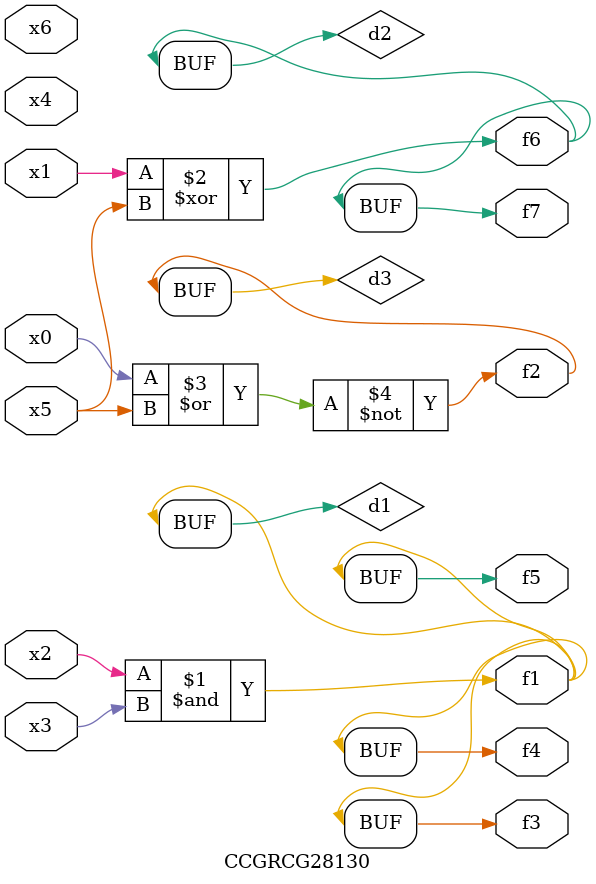
<source format=v>
module CCGRCG28130(
	input x0, x1, x2, x3, x4, x5, x6,
	output f1, f2, f3, f4, f5, f6, f7
);

	wire d1, d2, d3;

	and (d1, x2, x3);
	xor (d2, x1, x5);
	nor (d3, x0, x5);
	assign f1 = d1;
	assign f2 = d3;
	assign f3 = d1;
	assign f4 = d1;
	assign f5 = d1;
	assign f6 = d2;
	assign f7 = d2;
endmodule

</source>
